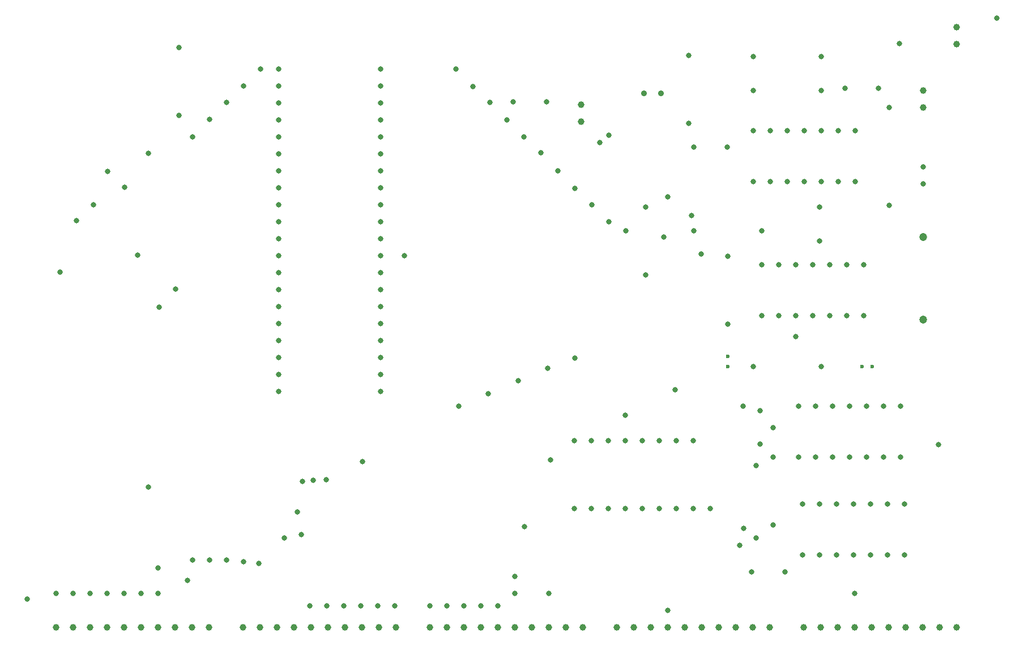
<source format=gbr>
%TF.GenerationSoftware,KiCad,Pcbnew,5.1.6-c6e7f7d~86~ubuntu18.04.1*%
%TF.CreationDate,2020-11-19T20:30:06+01:00*%
%TF.ProjectId,msx1-cpu,6d737831-2d63-4707-952e-6b696361645f,rev?*%
%TF.SameCoordinates,Original*%
%TF.FileFunction,Plated,1,2,PTH,Drill*%
%TF.FilePolarity,Positive*%
%FSLAX46Y46*%
G04 Gerber Fmt 4.6, Leading zero omitted, Abs format (unit mm)*
G04 Created by KiCad (PCBNEW 5.1.6-c6e7f7d~86~ubuntu18.04.1) date 2020-11-19 20:30:06*
%MOMM*%
%LPD*%
G01*
G04 APERTURE LIST*
%TA.AperFunction,ComponentDrill*%
%ADD10C,0.600000*%
%TD*%
%TA.AperFunction,ViaDrill*%
%ADD11C,0.800000*%
%TD*%
%TA.AperFunction,ComponentDrill*%
%ADD12C,0.800000*%
%TD*%
%TA.AperFunction,ComponentDrill*%
%ADD13C,0.900000*%
%TD*%
%TA.AperFunction,ComponentDrill*%
%ADD14C,1.000000*%
%TD*%
%TA.AperFunction,ComponentDrill*%
%ADD15C,1.200000*%
%TD*%
G04 APERTURE END LIST*
D10*
%TO.C,C2*%
X208940000Y-81740000D03*
X208940000Y-83240000D03*
%TO.C,C1*%
X229030000Y-83240000D03*
X230530000Y-83240000D03*
%TD*%
D11*
X104182000Y-118109000D03*
X108500000Y-117220000D03*
X109113021Y-69108979D03*
X111040000Y-117220000D03*
X111540312Y-61474688D03*
X113580000Y-117220000D03*
X114080312Y-59061688D03*
X116120000Y-117220000D03*
X116230000Y-54084000D03*
X118660000Y-117220000D03*
X118796423Y-56396423D03*
X120744990Y-66621010D03*
X121200000Y-117220000D03*
X122330000Y-51320000D03*
X122330000Y-101270000D03*
X123740000Y-113410000D03*
X123740000Y-117220000D03*
X123915010Y-74372990D03*
X126390000Y-71644000D03*
X128185000Y-115315000D03*
X128930000Y-48877000D03*
X128930000Y-112250000D03*
X131470000Y-46244000D03*
X131470000Y-112250000D03*
X134010000Y-43704000D03*
X134010000Y-112250000D03*
X136550000Y-41291000D03*
X136550000Y-112450000D03*
X138840000Y-112700000D03*
X139090000Y-38717000D03*
X142650000Y-108890000D03*
X144615097Y-105075097D03*
X145203000Y-108457000D03*
X145330000Y-100456000D03*
X146460000Y-119050000D03*
X146981000Y-100329000D03*
X148886000Y-100202000D03*
X149000000Y-119050000D03*
X151540000Y-119050000D03*
X154080000Y-119050000D03*
X154330000Y-97460000D03*
X156620000Y-119050000D03*
X159160000Y-119050000D03*
X160570000Y-66674000D03*
X164380000Y-119125000D03*
X166920000Y-119125000D03*
X168300000Y-38717000D03*
X168685000Y-89205000D03*
X169460000Y-119125000D03*
X170840000Y-41384000D03*
X172000000Y-119125000D03*
X173130000Y-87300000D03*
X173380000Y-43704000D03*
X174540000Y-119125000D03*
X175920000Y-46337000D03*
X177080000Y-114680000D03*
X177080000Y-117220000D03*
X177575000Y-85395000D03*
X178460000Y-48911000D03*
X178560000Y-107270000D03*
X181000000Y-51290000D03*
X182020000Y-83490000D03*
X182160000Y-117220000D03*
X182440880Y-97276852D03*
X183540000Y-53957000D03*
X186080000Y-56624000D03*
X186080000Y-81970000D03*
X188620000Y-59071000D03*
X189780000Y-49783000D03*
X191160000Y-61611000D03*
X191177000Y-48640000D03*
X193590000Y-90550000D03*
X193700000Y-62989968D03*
X199349011Y-63855592D03*
X199940000Y-57862022D03*
X199940000Y-119760000D03*
X201070000Y-86740000D03*
X203517781Y-60630000D03*
X204939960Y-66420000D03*
X206290000Y-104520000D03*
X210720269Y-110034731D03*
X211230000Y-89205000D03*
X211321703Y-107522291D03*
X213135000Y-98095000D03*
X213135000Y-108920010D03*
X215675000Y-92380000D03*
X219100000Y-78795000D03*
X227880000Y-117220000D03*
X233070000Y-44505000D03*
X233070000Y-59110000D03*
X234611000Y-34924000D03*
X240440000Y-94920000D03*
X249180000Y-31110000D03*
D12*
%TO.C,R2*%
X212750000Y-83240000D03*
X222910000Y-83240000D03*
%TO.C,C8*%
X226470000Y-41580000D03*
X231470000Y-41580000D03*
%TO.C,R8*%
X203115000Y-36702000D03*
X203115000Y-46862000D03*
%TO.C,R6*%
X126915000Y-35559000D03*
X126915000Y-45719000D03*
%TO.C,C9*%
X203830000Y-50418000D03*
X208830000Y-50418000D03*
%TO.C,C6*%
X212500000Y-113970000D03*
X217500000Y-113970000D03*
%TO.C,R9*%
X196625000Y-59360000D03*
X196625000Y-69520000D03*
%TO.C,CPU1*%
X141774000Y-38734000D03*
X141774000Y-41274000D03*
X141774000Y-43814000D03*
X141774000Y-46354000D03*
X141774000Y-48894000D03*
X141774000Y-51434000D03*
X141774000Y-53974000D03*
X141774000Y-56514000D03*
X141774000Y-59054000D03*
X141774000Y-61594000D03*
X141774000Y-64134000D03*
X141774000Y-66674000D03*
X141774000Y-69214000D03*
X141774000Y-71754000D03*
X141774000Y-74294000D03*
X141774000Y-76834000D03*
X141774000Y-79374000D03*
X141774000Y-81914000D03*
X141774000Y-84454000D03*
X141774000Y-86994000D03*
X157014000Y-38734000D03*
X157014000Y-41274000D03*
X157014000Y-43814000D03*
X157014000Y-46354000D03*
X157014000Y-48894000D03*
X157014000Y-51434000D03*
X157014000Y-53974000D03*
X157014000Y-56514000D03*
X157014000Y-59054000D03*
X157014000Y-61594000D03*
X157014000Y-64134000D03*
X157014000Y-66674000D03*
X157014000Y-69214000D03*
X157014000Y-71754000D03*
X157014000Y-74294000D03*
X157014000Y-76834000D03*
X157014000Y-79374000D03*
X157014000Y-81914000D03*
X157014000Y-84454000D03*
X157014000Y-86994000D03*
%TO.C,R4*%
X212750000Y-41965000D03*
X222910000Y-41965000D03*
%TO.C,C7*%
X176826000Y-43687000D03*
X181826000Y-43687000D03*
%TO.C,C5*%
X222660000Y-59440000D03*
X222660000Y-64440000D03*
%TO.C,U3*%
X219485000Y-89205000D03*
X219485000Y-96825000D03*
X222025000Y-89205000D03*
X222025000Y-96825000D03*
X224565000Y-89205000D03*
X224565000Y-96825000D03*
X227105000Y-89205000D03*
X227105000Y-96825000D03*
X229645000Y-89205000D03*
X229645000Y-96825000D03*
X232185000Y-89205000D03*
X232185000Y-96825000D03*
X234725000Y-89205000D03*
X234725000Y-96825000D03*
%TO.C,IC10*%
X214020000Y-68000000D03*
X214020000Y-75620000D03*
X216560000Y-68000000D03*
X216560000Y-75620000D03*
X219100000Y-68000000D03*
X219100000Y-75620000D03*
X221640000Y-68000000D03*
X221640000Y-75620000D03*
X224180000Y-68000000D03*
X224180000Y-75620000D03*
X226720000Y-68000000D03*
X226720000Y-75620000D03*
X229260000Y-68000000D03*
X229260000Y-75620000D03*
%TO.C,R7*%
X215675000Y-96825000D03*
X215675000Y-106985000D03*
%TO.C,R3*%
X212750000Y-36885000D03*
X222910000Y-36885000D03*
%TO.C,R1*%
X208940000Y-66730000D03*
X208940000Y-76890000D03*
%TO.C,U4*%
X220120000Y-103810000D03*
X220120000Y-111430000D03*
X222660000Y-103810000D03*
X222660000Y-111430000D03*
X225200000Y-103810000D03*
X225200000Y-111430000D03*
X227740000Y-103810000D03*
X227740000Y-111430000D03*
X230280000Y-103810000D03*
X230280000Y-111430000D03*
X232820000Y-103810000D03*
X232820000Y-111430000D03*
X235360000Y-103810000D03*
X235360000Y-111430000D03*
%TO.C,U2*%
X185970000Y-94360000D03*
X185970000Y-104520000D03*
X188510000Y-94360000D03*
X188510000Y-104520000D03*
X191050000Y-94360000D03*
X191050000Y-104520000D03*
X193590000Y-94360000D03*
X193590000Y-104520000D03*
X196130000Y-94360000D03*
X196130000Y-104520000D03*
X198670000Y-94360000D03*
X198670000Y-104520000D03*
X201210000Y-94360000D03*
X201210000Y-104520000D03*
X203750000Y-94360000D03*
X203750000Y-104520000D03*
%TO.C,C4*%
X213770000Y-89840000D03*
X213770000Y-94840000D03*
%TO.C,R5*%
X203860000Y-62920000D03*
X214020000Y-62920000D03*
%TO.C,U1*%
X212750000Y-47930000D03*
X212750000Y-55550000D03*
X215290000Y-47930000D03*
X215290000Y-55550000D03*
X217830000Y-47930000D03*
X217830000Y-55550000D03*
X220370000Y-47930000D03*
X220370000Y-55550000D03*
X222910000Y-47930000D03*
X222910000Y-55550000D03*
X225450000Y-47930000D03*
X225450000Y-55550000D03*
X227990000Y-47930000D03*
X227990000Y-55550000D03*
%TO.C,C3*%
X238150000Y-53395000D03*
X238150000Y-55895000D03*
D13*
%TO.C,D1*%
X196384000Y-42417000D03*
X198924000Y-42417000D03*
D14*
%TO.C,J3*%
X220260000Y-122300000D03*
X222800000Y-122300000D03*
X225340000Y-122300000D03*
X227880000Y-122300000D03*
X230420000Y-122300000D03*
X232960000Y-122300000D03*
X235500000Y-122300000D03*
X238040000Y-122300000D03*
X240580000Y-122300000D03*
X243120000Y-122300000D03*
%TO.C,J1*%
X238150000Y-41965000D03*
X238150000Y-44505000D03*
%TO.C,J6*%
X136440000Y-122300000D03*
X138980000Y-122300000D03*
X141520000Y-122300000D03*
X144060000Y-122300000D03*
X146600000Y-122300000D03*
X149140000Y-122300000D03*
X151680000Y-122300000D03*
X154220000Y-122300000D03*
X156760000Y-122300000D03*
X159300000Y-122300000D03*
%TO.C,J5*%
X108500000Y-122300000D03*
X111040000Y-122300000D03*
X113580000Y-122300000D03*
X116120000Y-122300000D03*
X118660000Y-122300000D03*
X121200000Y-122300000D03*
X123740000Y-122300000D03*
X126280000Y-122300000D03*
X128820000Y-122300000D03*
X131360000Y-122300000D03*
%TO.C,J4*%
X243120000Y-32511000D03*
X243120000Y-35051000D03*
%TO.C,J8*%
X186986000Y-44068000D03*
X186986000Y-46608000D03*
%TO.C,J7*%
X164380000Y-122300000D03*
X166920000Y-122300000D03*
X169460000Y-122300000D03*
X172000000Y-122300000D03*
X174540000Y-122300000D03*
X177080000Y-122300000D03*
X179620000Y-122300000D03*
X182160000Y-122300000D03*
X184700000Y-122300000D03*
X187240000Y-122300000D03*
%TO.C,J2*%
X192320000Y-122300000D03*
X194860000Y-122300000D03*
X197400000Y-122300000D03*
X199940000Y-122300000D03*
X202480000Y-122300000D03*
X205020000Y-122300000D03*
X207560000Y-122300000D03*
X210100000Y-122300000D03*
X212640000Y-122300000D03*
X215180000Y-122300000D03*
D15*
%TO.C,Y1*%
X238150000Y-63905000D03*
X238150000Y-76255000D03*
M02*

</source>
